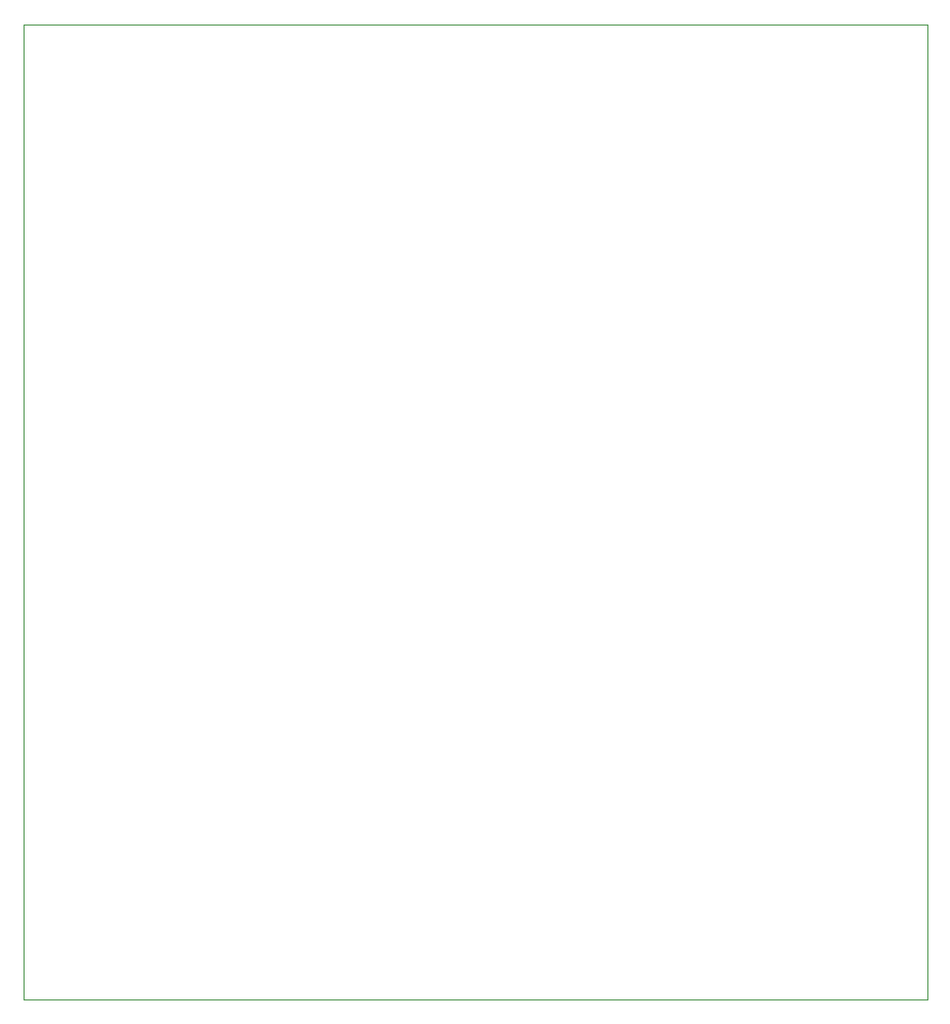
<source format=gbr>
%TF.GenerationSoftware,KiCad,Pcbnew,7.0.9-7.0.9~ubuntu22.04.1*%
%TF.CreationDate,2023-12-22T21:34:38-07:00*%
%TF.ProjectId,LC_meter,4c435f6d-6574-4657-922e-6b696361645f,rev?*%
%TF.SameCoordinates,Original*%
%TF.FileFunction,Profile,NP*%
%FSLAX46Y46*%
G04 Gerber Fmt 4.6, Leading zero omitted, Abs format (unit mm)*
G04 Created by KiCad (PCBNEW 7.0.9-7.0.9~ubuntu22.04.1) date 2023-12-22 21:34:38*
%MOMM*%
%LPD*%
G01*
G04 APERTURE LIST*
%TA.AperFunction,Profile*%
%ADD10C,0.100000*%
%TD*%
G04 APERTURE END LIST*
D10*
X224000000Y-134000000D02*
X146000000Y-134000000D01*
X146000000Y-134000000D02*
X146000000Y-50000000D01*
X224000000Y-50000000D02*
X224000000Y-134000000D01*
X146000000Y-50000000D02*
X224000000Y-50000000D01*
M02*

</source>
